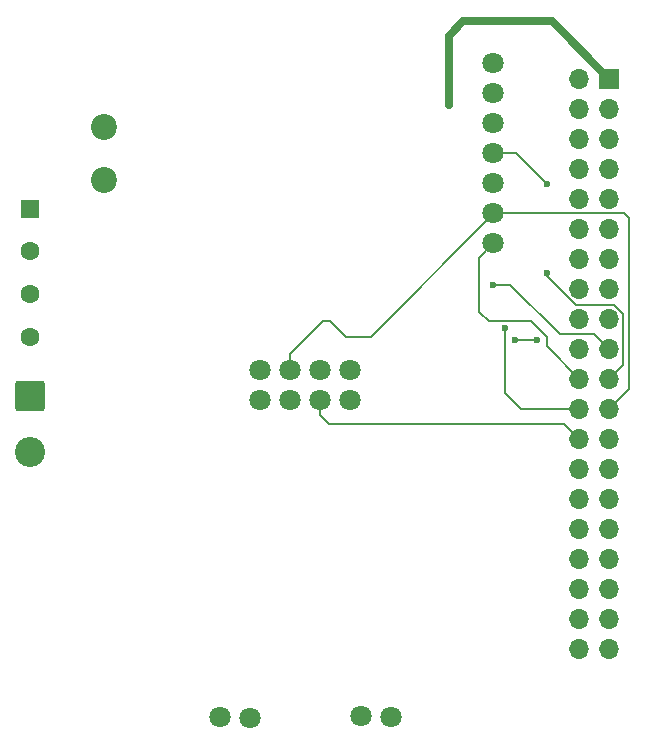
<source format=gbr>
%TF.GenerationSoftware,KiCad,Pcbnew,8.0.6*%
%TF.CreationDate,2025-03-02T18:57:53-07:00*%
%TF.ProjectId,Main Computer,4d61696e-2043-46f6-9d70-757465722e6b,rev?*%
%TF.SameCoordinates,Original*%
%TF.FileFunction,Copper,L2,Bot*%
%TF.FilePolarity,Positive*%
%FSLAX46Y46*%
G04 Gerber Fmt 4.6, Leading zero omitted, Abs format (unit mm)*
G04 Created by KiCad (PCBNEW 8.0.6) date 2025-03-02 18:57:53*
%MOMM*%
%LPD*%
G01*
G04 APERTURE LIST*
G04 Aperture macros list*
%AMRoundRect*
0 Rectangle with rounded corners*
0 $1 Rounding radius*
0 $2 $3 $4 $5 $6 $7 $8 $9 X,Y pos of 4 corners*
0 Add a 4 corners polygon primitive as box body*
4,1,4,$2,$3,$4,$5,$6,$7,$8,$9,$2,$3,0*
0 Add four circle primitives for the rounded corners*
1,1,$1+$1,$2,$3*
1,1,$1+$1,$4,$5*
1,1,$1+$1,$6,$7*
1,1,$1+$1,$8,$9*
0 Add four rect primitives between the rounded corners*
20,1,$1+$1,$2,$3,$4,$5,0*
20,1,$1+$1,$4,$5,$6,$7,0*
20,1,$1+$1,$6,$7,$8,$9,0*
20,1,$1+$1,$8,$9,$2,$3,0*%
G04 Aperture macros list end*
%TA.AperFunction,ComponentPad*%
%ADD10RoundRect,0.250000X-0.550000X0.550000X-0.550000X-0.550000X0.550000X-0.550000X0.550000X0.550000X0*%
%TD*%
%TA.AperFunction,ComponentPad*%
%ADD11C,1.600000*%
%TD*%
%TA.AperFunction,ComponentPad*%
%ADD12C,1.800000*%
%TD*%
%TA.AperFunction,ComponentPad*%
%ADD13C,2.200000*%
%TD*%
%TA.AperFunction,ComponentPad*%
%ADD14RoundRect,0.249999X-1.025001X1.025001X-1.025001X-1.025001X1.025001X-1.025001X1.025001X1.025001X0*%
%TD*%
%TA.AperFunction,ComponentPad*%
%ADD15C,2.550000*%
%TD*%
%TA.AperFunction,ComponentPad*%
%ADD16R,1.700000X1.700000*%
%TD*%
%TA.AperFunction,ComponentPad*%
%ADD17O,1.700000X1.700000*%
%TD*%
%TA.AperFunction,ViaPad*%
%ADD18C,0.600000*%
%TD*%
%TA.AperFunction,Conductor*%
%ADD19C,0.700000*%
%TD*%
%TA.AperFunction,Conductor*%
%ADD20C,0.200000*%
%TD*%
G04 APERTURE END LIST*
D10*
%TO.P,J4,1,Pin_1*%
%TO.N,Low*%
X100300000Y-107700000D03*
D11*
%TO.P,J4,2,Pin_2*%
%TO.N,High*%
X100300000Y-111300000D03*
%TO.P,J4,3,Pin_3*%
%TO.N,Low*%
X100300000Y-114900000D03*
%TO.P,J4,4,Pin_4*%
%TO.N,High*%
X100300000Y-118500000D03*
%TD*%
D12*
%TO.P,UNIT_1,1,INT*%
%TO.N,INT*%
X139500000Y-110620000D03*
%TO.P,UNIT_1,2,SCK*%
%TO.N,SCK*%
X139500000Y-108080000D03*
%TO.P,UNIT_1,3,SI*%
%TO.N,SI*%
X139500000Y-105540000D03*
%TO.P,UNIT_1,4,SO*%
%TO.N,SO*%
X139500000Y-103000000D03*
%TO.P,UNIT_1,5,CS*%
%TO.N,CS*%
X139500000Y-100460000D03*
%TO.P,UNIT_1,6,GND*%
%TO.N,GND*%
X139500000Y-97920000D03*
%TO.P,UNIT_1,7,VCC*%
%TO.N,+5v*%
X139500000Y-95380000D03*
D13*
%TO.P,UNIT_1,8,High_CAN*%
%TO.N,High*%
X106560000Y-105250000D03*
%TO.P,UNIT_1,9,Low_CAN*%
%TO.N,Low*%
X106560000Y-100750000D03*
%TD*%
D12*
%TO.P,U2,1,GND*%
%TO.N,GND*%
X127380000Y-121315000D03*
%TO.P,U2,2,VCC*%
%TO.N,3V3*%
X127380000Y-123855000D03*
%TO.P,U2,3,CE*%
%TO.N,CE*%
X124840000Y-121315000D03*
%TO.P,U2,4,CSN*%
%TO.N,CSN*%
X124840000Y-123855000D03*
%TO.P,U2,5,SCK*%
%TO.N,SCK*%
X122300000Y-121315000D03*
%TO.P,U2,6,MOSI*%
%TO.N,SI*%
X122300000Y-123855000D03*
%TO.P,U2,7,MISO*%
%TO.N,SO*%
X119760000Y-121315000D03*
%TO.P,U2,8,IRQ*%
%TO.N,unconnected-(U2-IRQ-Pad8)*%
X119760000Y-123855000D03*
%TO.P,U2,9*%
%TO.N,N/C*%
X116330000Y-150705000D03*
X128320000Y-150645000D03*
%TO.P,U2,10*%
X118870000Y-150765000D03*
X130860000Y-150705000D03*
%TD*%
D14*
%TO.P,J3,1,Pin_1*%
%TO.N,+5v*%
X100300000Y-123500000D03*
D15*
%TO.P,J3,2,Pin_2*%
%TO.N,GND*%
X100300000Y-128300000D03*
%TD*%
D16*
%TO.P,J1,1,3V3*%
%TO.N,3V3*%
X149300000Y-96700000D03*
D17*
%TO.P,J1,2,5V*%
%TO.N,+5v*%
X146760000Y-96700000D03*
%TO.P,J1,3,GPIO_2*%
%TO.N,unconnected-(J1-GPIO_2-Pad3)*%
X149300000Y-99240000D03*
%TO.P,J1,4,5V*%
%TO.N,+5v*%
X146760000Y-99240000D03*
%TO.P,J1,5,GPIO_3*%
%TO.N,unconnected-(J1-GPIO_3-Pad5)*%
X149300000Y-101780000D03*
%TO.P,J1,6,GND*%
%TO.N,GND*%
X146760000Y-101780000D03*
%TO.P,J1,7,GPIO_4*%
%TO.N,unconnected-(J1-GPIO_4-Pad7)*%
X149300000Y-104320000D03*
%TO.P,J1,8,GPIO_14*%
%TO.N,unconnected-(J1-GPIO_14-Pad8)*%
X146760000Y-104320000D03*
%TO.P,J1,9,GND*%
%TO.N,GND*%
X149300000Y-106860000D03*
%TO.P,J1,10,GPIO_15*%
%TO.N,unconnected-(J1-GPIO_15-Pad10)*%
X146760000Y-106860000D03*
%TO.P,J1,11,GPIO_17*%
%TO.N,unconnected-(J1-GPIO_17-Pad11)*%
X149300000Y-109400000D03*
%TO.P,J1,12,GPIO_18*%
%TO.N,unconnected-(J1-GPIO_18-Pad12)*%
X146760000Y-109400000D03*
%TO.P,J1,13,GPIO_27*%
%TO.N,unconnected-(J1-GPIO_27-Pad13)*%
X149300000Y-111940000D03*
%TO.P,J1,14,GND*%
%TO.N,GND*%
X146760000Y-111940000D03*
%TO.P,J1,15,GPIO_22*%
%TO.N,CE*%
X149300000Y-114480000D03*
%TO.P,J1,16,GPIO_23*%
%TO.N,unconnected-(J1-GPIO_23-Pad16)*%
X146760000Y-114480000D03*
%TO.P,J1,17,3V3*%
%TO.N,unconnected-(J1-3V3-Pad17)*%
X149300000Y-117020000D03*
%TO.P,J1,18,GPIO_24*%
%TO.N,unconnected-(J1-GPIO_24-Pad18)*%
X146760000Y-117020000D03*
%TO.P,J1,19,GPIO_10*%
%TO.N,SI*%
X149300000Y-119560000D03*
%TO.P,J1,20,GND*%
%TO.N,GND*%
X146760000Y-119560000D03*
%TO.P,J1,21,GPIO_9*%
%TO.N,SO*%
X149300000Y-122100000D03*
%TO.P,J1,22,GPIO_25*%
%TO.N,INT*%
X146760000Y-122100000D03*
%TO.P,J1,23,GPIO_11*%
%TO.N,SCK*%
X149300000Y-124640000D03*
%TO.P,J1,24,GPIO_8*%
%TO.N,CS*%
X146760000Y-124640000D03*
%TO.P,J1,25,GND*%
%TO.N,GND*%
X149300000Y-127180000D03*
%TO.P,J1,26,GPIO_7*%
%TO.N,CSN*%
X146760000Y-127180000D03*
%TO.P,J1,27,GPIO_0*%
%TO.N,unconnected-(J1-GPIO_0-Pad27)*%
X149300000Y-129720000D03*
%TO.P,J1,28,GPIO_1*%
%TO.N,unconnected-(J1-GPIO_1-Pad28)*%
X146760000Y-129720000D03*
%TO.P,J1,29,GPIO_5*%
%TO.N,unconnected-(J1-GPIO_5-Pad29)*%
X149300000Y-132260000D03*
%TO.P,J1,30,GND*%
%TO.N,GND*%
X146760000Y-132260000D03*
%TO.P,J1,31,GPIO_6*%
%TO.N,unconnected-(J1-GPIO_6-Pad31)*%
X149300000Y-134800000D03*
%TO.P,J1,32,GPIO_12*%
%TO.N,unconnected-(J1-GPIO_12-Pad32)*%
X146760000Y-134800000D03*
%TO.P,J1,33,GPIO_13*%
%TO.N,unconnected-(J1-GPIO_13-Pad33)*%
X149300000Y-137340000D03*
%TO.P,J1,34,GND*%
%TO.N,GND*%
X146760000Y-137340000D03*
%TO.P,J1,35,GPIO_19*%
%TO.N,unconnected-(J1-GPIO_19-Pad35)*%
X149300000Y-139880000D03*
%TO.P,J1,36,GPIO_16*%
%TO.N,unconnected-(J1-GPIO_16-Pad36)*%
X146760000Y-139880000D03*
%TO.P,J1,37,GPIO_26*%
%TO.N,unconnected-(J1-GPIO_26-Pad37)*%
X149300000Y-142420000D03*
%TO.P,J1,38,GPIO_20*%
%TO.N,unconnected-(J1-GPIO_20-Pad38)*%
X146760000Y-142420000D03*
%TO.P,J1,39,GND*%
%TO.N,GND*%
X149300000Y-144960000D03*
%TO.P,J1,40,GPIO_21*%
%TO.N,unconnected-(J1-GPIO_21-Pad40)*%
X146760000Y-144960000D03*
%TD*%
D18*
%TO.N,3V3*%
X135710000Y-98940000D03*
%TO.N,CE*%
X143200000Y-118800000D03*
X141300000Y-118800000D03*
%TO.N,SO*%
X144000000Y-113100000D03*
X144000000Y-105600000D03*
%TO.N,SI*%
X139500000Y-114100000D03*
%TO.N,CS*%
X140500000Y-117800000D03*
%TD*%
D19*
%TO.N,3V3*%
X135710000Y-93040000D02*
X136930000Y-91820000D01*
X135710000Y-98940000D02*
X135710000Y-93040000D01*
X136930000Y-91820000D02*
X144420000Y-91820000D01*
X144420000Y-91820000D02*
X149300000Y-96700000D01*
D20*
%TO.N,INT*%
X138300000Y-116400000D02*
X138300000Y-111820000D01*
X139100000Y-117200000D02*
X138300000Y-116400000D01*
X144000000Y-119340000D02*
X144000000Y-118500000D01*
X142700000Y-117200000D02*
X139100000Y-117200000D01*
X138300000Y-111820000D02*
X139500000Y-110620000D01*
X144000000Y-118500000D02*
X142700000Y-117200000D01*
X146760000Y-122100000D02*
X144000000Y-119340000D01*
%TO.N,CE*%
X143200000Y-118800000D02*
X141300000Y-118800000D01*
%TO.N,CSN*%
X145480000Y-125900000D02*
X146760000Y-127180000D01*
X124840000Y-123855000D02*
X124840000Y-125140000D01*
X125600000Y-125900000D02*
X145480000Y-125900000D01*
%TO.N,SO*%
X146453654Y-115800000D02*
X149706346Y-115800000D01*
X149706346Y-115800000D02*
X150500000Y-116593654D01*
X139500000Y-103000000D02*
X141400000Y-103000000D01*
X150500000Y-116593654D02*
X150500000Y-120900000D01*
X144000000Y-113100000D02*
X144000000Y-113346346D01*
X150500000Y-120900000D02*
X149300000Y-122100000D01*
X141400000Y-103000000D02*
X144000000Y-105600000D01*
X144000000Y-113346346D02*
X146453654Y-115800000D01*
%TO.N,SCK*%
X125000000Y-117300000D02*
X125000000Y-117200000D01*
X151001428Y-108501428D02*
X151001428Y-122938572D01*
X129100000Y-118500000D02*
X139500000Y-108100000D01*
X122300000Y-121315000D02*
X122300000Y-120000000D01*
X151001428Y-122938572D02*
X149300000Y-124640000D01*
X125700000Y-117200000D02*
X127000000Y-118500000D01*
X150580000Y-108080000D02*
X151001428Y-108501428D01*
X122300000Y-120000000D02*
X125000000Y-117300000D01*
X127000000Y-118500000D02*
X129100000Y-118500000D01*
X125000000Y-117200000D02*
X125700000Y-117200000D01*
X139500000Y-108080000D02*
X150580000Y-108080000D01*
X139500000Y-108100000D02*
X139500000Y-108080000D01*
%TO.N,SI*%
X149300000Y-119560000D02*
X148040000Y-118300000D01*
X148040000Y-118300000D02*
X145100000Y-118300000D01*
X140900000Y-114100000D02*
X139500000Y-114100000D01*
X145100000Y-118300000D02*
X140900000Y-114100000D01*
%TO.N,CS*%
X141840000Y-124640000D02*
X140500000Y-123300000D01*
X146760000Y-124640000D02*
X141840000Y-124640000D01*
X140500000Y-123300000D02*
X140500000Y-117800000D01*
%TO.N,CSN*%
X124840000Y-125140000D02*
X125600000Y-125900000D01*
%TD*%
M02*

</source>
